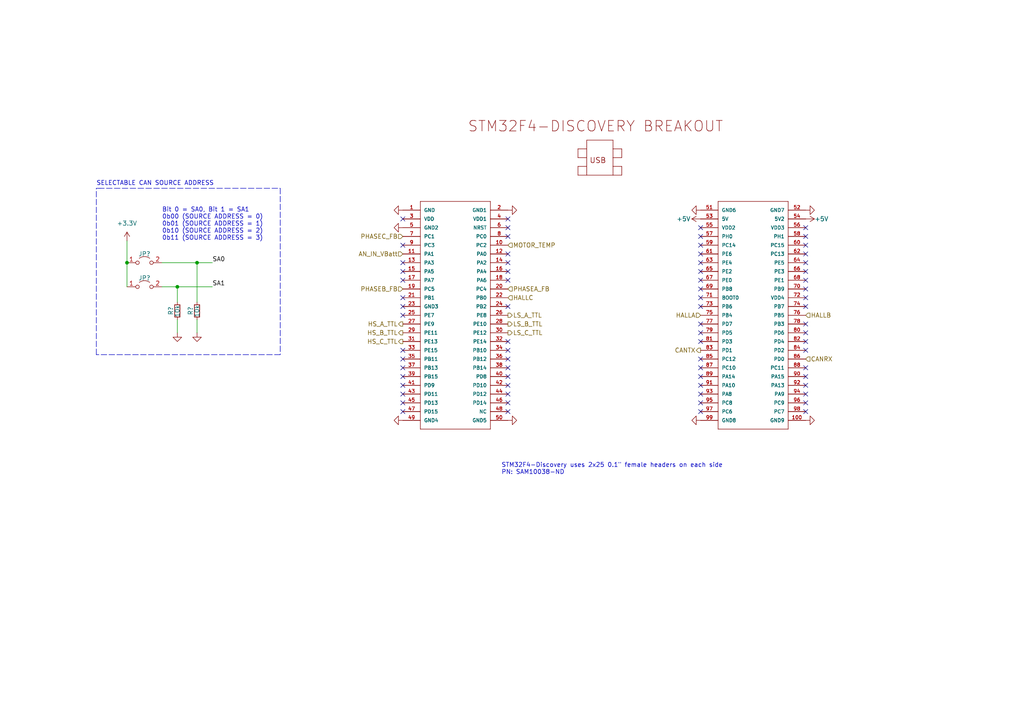
<source format=kicad_sch>
(kicad_sch (version 20211123) (generator eeschema)
  (paper "A4")
  (title_block (title "BLDC motor controller") (date "2022-12-11") (rev "1.0.0"))
  (lib_symbols
    (symbol "Device:R_Small" (pin_numbers hide) (pin_names (offset 0.254) hide)
      (property "Reference" "R" (at 0.762 0.508 0))
      (property "Value" "R_Small" (at 0.762 -1.016 0))
      (symbol "R_Small_0_1"
        (rectangle (start -0.762 1.778) (end 0.762 -1.778) (stroke (width 0.2032)))
      )
      (symbol "R_Small_1_1"
        (pin passive line (at 0 2.54 270) (length 0.762) (name "~") (number "1"))
        (pin passive line (at 0 -2.54 90) (length 0.762) (name "~") (number "2"))
      )
    )
    (symbol "Jumper:Jumper_2_Open" (pin_names (offset 0) hide)
      (property "Reference" "JP" (at 0 2.794 0))
      (property "Value" "Jumper_2_Open" (at 0 -2.286 0))
      (symbol "Jumper_2_Open_0_0"
        (circle (center -2.032 0) (radius 0.508))
        (circle (center 2.032 0) (radius 0.508))
      )
      (symbol "Jumper_2_Open_0_1"
        (arc (start 1.524 1.27) (mid 0 1.778) (end -1.524 1.27))
      )
      (symbol "Jumper_2_Open_1_1"
        (pin passive line (at -5.08 0 0) (length 2.54) (name "A") (number "1"))
        (pin passive line (at 5.08 0 180) (length 2.54) (name "B") (number "2"))
      )
    )
    (symbol "STM32F4-DISCOVERY:STM32F4-DISCOVERY" (pin_names (offset 1.016))
      (symbol "STM32F4-DISCOVERY_1_0"
        (polyline (pts (xy 0 -63.5) (xy 0 2.54)))
        (polyline (pts (xy 0 2.54) (xy 20.32 2.54)))
        (polyline (pts (xy 20.32 -63.5) (xy 0 -63.5)))
        (polyline (pts (xy 20.32 2.54) (xy 20.32 -63.5)))
        (polyline (pts (xy 45.72 10.16) (xy 48.26 10.16)))
        (polyline (pts (xy 45.72 12.7) (xy 45.72 10.16)))
        (polyline (pts (xy 45.72 15.24) (xy 45.72 17.78)))
        (polyline (pts (xy 45.72 17.78) (xy 48.26 17.78)))
        (polyline (pts (xy 48.26 10.16) (xy 55.88 10.16)))
        (polyline (pts (xy 48.26 12.7) (xy 45.72 12.7)))
        (polyline (pts (xy 48.26 12.7) (xy 48.26 10.16)))
        (polyline (pts (xy 48.26 15.24) (xy 45.72 15.24)))
        (polyline (pts (xy 48.26 15.24) (xy 48.26 12.7)))
        (polyline (pts (xy 48.26 17.78) (xy 48.26 15.24)))
        (polyline (pts (xy 48.26 20.32) (xy 48.26 17.78)))
        (polyline (pts (xy 55.88 10.16) (xy 55.88 12.7)))
        (polyline (pts (xy 55.88 10.16) (xy 58.42 10.16)))
        (polyline (pts (xy 55.88 12.7) (xy 55.88 15.24)))
        (polyline (pts (xy 55.88 15.24) (xy 55.88 17.78)))
        (polyline (pts (xy 55.88 15.24) (xy 58.42 15.24)))
        (polyline (pts (xy 55.88 17.78) (xy 55.88 20.32)))
        (polyline (pts (xy 55.88 20.32) (xy 48.26 20.32)))
        (polyline (pts (xy 58.42 10.16) (xy 58.42 12.7)))
        (polyline (pts (xy 58.42 12.7) (xy 55.88 12.7)))
        (polyline (pts (xy 58.42 15.24) (xy 58.42 17.78)))
        (polyline (pts (xy 58.42 17.78) (xy 55.88 17.78)))
        (polyline (pts (xy 86.36 -63.5) (xy 86.36 2.54)))
        (polyline (pts (xy 86.36 2.54) (xy 106.68 2.54)))
        (polyline (pts (xy 106.68 -63.5) (xy 86.36 -63.5)))
        (polyline (pts (xy 106.68 2.54) (xy 106.68 -63.5)))
        (text "STM32F4-DISCOVERY BREAKOUT" (at 50.8254 24.384 0) (effects (font (size 3.048 3.048))))
        (text "USB" (at 51.4858 14.478 0) (effects (font (size 1.5494 1.5494))))
      )
      (symbol "STM32F4-DISCOVERY_1_1"
        (pin bidirectional line (at -5.08 0 0) (length 5.08) (name "GND") (number "1"))
        (pin bidirectional line (at 25.4 -10.16 180) (length 5.08) (name "PC2") (number "10"))
        (pin bidirectional line (at 111.76 -60.96 180) (length 5.08) (name "GND9") (number "100"))
        (pin bidirectional line (at -5.08 -12.7 0) (length 5.08) (name "PA1") (number "11"))
        (pin bidirectional line (at 25.4 -12.7 180) (length 5.08) (name "PA0") (number "12"))
        (pin bidirectional line (at -5.08 -15.24 0) (length 5.08) (name "PA3") (number "13"))
        (pin bidirectional line (at 25.4 -15.24 180) (length 5.08) (name "PA2") (number "14"))
        (pin bidirectional line (at -5.08 -17.78 0) (length 5.08) (name "PA5") (number "15"))
        (pin bidirectional line (at 25.4 -17.78 180) (length 5.08) (name "PA4") (number "16"))
        (pin bidirectional line (at -5.08 -20.32 0) (length 5.08) (name "PA7") (number "17"))
        (pin bidirectional line (at 25.4 -20.32 180) (length 5.08) (name "PA6") (number "18"))
        (pin bidirectional line (at -5.08 -22.86 0) (length 5.08) (name "PC5") (number "19"))
        (pin bidirectional line (at 25.4 0 180) (length 5.08) (name "GND1") (number "2"))
        (pin bidirectional line (at 25.4 -22.86 180) (length 5.08) (name "PC4") (number "20"))
        (pin bidirectional line (at -5.08 -25.4 0) (length 5.08) (name "PB1") (number "21"))
        (pin bidirectional line (at 25.4 -25.4 180) (length 5.08) (name "PB0") (number "22"))
        (pin bidirectional line (at -5.08 -27.94 0) (length 5.08) (name "GND3") (number "23"))
        (pin bidirectional line (at 25.4 -27.94 180) (length 5.08) (name "PB2") (number "24"))
        (pin bidirectional line (at -5.08 -30.48 0) (length 5.08) (name "PE7") (number "25"))
        (pin bidirectional line (at 25.4 -30.48 180) (length 5.08) (name "PE8") (number "26"))
        (pin bidirectional line (at -5.08 -33.02 0) (length 5.08) (name "PE9") (number "27"))
        (pin bidirectional line (at 25.4 -33.02 180) (length 5.08) (name "PE10") (number "28"))
        (pin bidirectional line (at -5.08 -35.56 0) (length 5.08) (name "PE11") (number "29"))
        (pin bidirectional line (at -5.08 -2.54 0) (length 5.08) (name "VDD") (number "3"))
        (pin bidirectional line (at 25.4 -35.56 180) (length 5.08) (name "PE12") (number "30"))
        (pin bidirectional line (at -5.08 -38.1 0) (length 5.08) (name "PE13") (number "31"))
        (pin bidirectional line (at 25.4 -38.1 180) (length 5.08) (name "PE14") (number "32"))
        (pin bidirectional line (at -5.08 -40.64 0) (length 5.08) (name "PE15") (number "33"))
        (pin bidirectional line (at 25.4 -40.64 180) (length 5.08) (name "PB10") (number "34"))
        (pin bidirectional line (at -5.08 -43.18 0) (length 5.08) (name "PB11") (number "35"))
        (pin bidirectional line (at 25.4 -43.18 180) (length 5.08) (name "PB12") (number "36"))
        (pin bidirectional line (at -5.08 -45.72 0) (length 5.08) (name "PB13") (number "37"))
        (pin bidirectional line (at 25.4 -45.72 180) (length 5.08) (name "PB14") (number "38"))
        (pin bidirectional line (at -5.08 -48.26 0) (length 5.08) (name "PB15") (number "39"))
        (pin bidirectional line (at 25.4 -2.54 180) (length 5.08) (name "VDD1") (number "4"))
        (pin bidirectional line (at 25.4 -48.26 180) (length 5.08) (name "PD8") (number "40"))
        (pin bidirectional line (at -5.08 -50.8 0) (length 5.08) (name "PD9") (number "41"))
        (pin bidirectional line (at 25.4 -50.8 180) (length 5.08) (name "PD10") (number "42"))
        (pin bidirectional line (at -5.08 -53.34 0) (length 5.08) (name "PD11") (number "43"))
        (pin bidirectional line (at 25.4 -53.34 180) (length 5.08) (name "PD12") (number "44"))
        (pin bidirectional line (at -5.08 -55.88 0) (length 5.08) (name "PD13") (number "45"))
        (pin bidirectional line (at 25.4 -55.88 180) (length 5.08) (name "PD14") (number "46"))
        (pin bidirectional line (at -5.08 -58.42 0) (length 5.08) (name "PD15") (number "47"))
        (pin bidirectional line (at 25.4 -58.42 180) (length 5.08) (name "NC") (number "48"))
        (pin bidirectional line (at -5.08 -60.96 0) (length 5.08) (name "GND4") (number "49"))
        (pin bidirectional line (at -5.08 -5.08 0) (length 5.08) (name "GND2") (number "5"))
        (pin bidirectional line (at 25.4 -60.96 180) (length 5.08) (name "GND5") (number "50"))
        (pin bidirectional line (at 81.28 0 0) (length 5.08) (name "GND6") (number "51"))
        (pin bidirectional line (at 111.76 0 180) (length 5.08) (name "GND7") (number "52"))
        (pin bidirectional line (at 81.28 -2.54 0) (length 5.08) (name "5V") (number "53"))
        (pin bidirectional line (at 111.76 -2.54 180) (length 5.08) (name "5V2") (number "54"))
        (pin bidirectional line (at 81.28 -5.08 0) (length 5.08) (name "VDD2") (number "55"))
        (pin bidirectional line (at 111.76 -5.08 180) (length 5.08) (name "VDD3") (number "56"))
        (pin bidirectional line (at 81.28 -7.62 0) (length 5.08) (name "PH0") (number "57"))
        (pin bidirectional line (at 111.76 -7.62 180) (length 5.08) (name "PH1") (number "58"))
        (pin bidirectional line (at 81.28 -10.16 0) (length 5.08) (name "PC14") (number "59"))
        (pin bidirectional line (at 25.4 -5.08 180) (length 5.08) (name "NRST") (number "6"))
        (pin bidirectional line (at 111.76 -10.16 180) (length 5.08) (name "PC15") (number "60"))
        (pin bidirectional line (at 81.28 -12.7 0) (length 5.08) (name "PE6") (number "61"))
        (pin bidirectional line (at 111.76 -12.7 180) (length 5.08) (name "PC13") (number "62"))
        (pin bidirectional line (at 81.28 -15.24 0) (length 5.08) (name "PE4") (number "63"))
        (pin bidirectional line (at 111.76 -15.24 180) (length 5.08) (name "PE5") (number "64"))
        (pin bidirectional line (at 81.28 -17.78 0) (length 5.08) (name "PE2") (number "65"))
        (pin bidirectional line (at 111.76 -17.78 180) (length 5.08) (name "PE3") (number "66"))
        (pin bidirectional line (at 81.28 -20.32 0) (length 5.08) (name "PE0") (number "67"))
        (pin bidirectional line (at 111.76 -20.32 180) (length 5.08) (name "PE1") (number "68"))
        (pin bidirectional line (at 81.28 -22.86 0) (length 5.08) (name "PB8") (number "69"))
        (pin bidirectional line (at -5.08 -7.62 0) (length 5.08) (name "PC1") (number "7"))
        (pin bidirectional line (at 111.76 -22.86 180) (length 5.08) (name "PB9") (number "70"))
        (pin bidirectional line (at 81.28 -25.4 0) (length 5.08) (name "BOOT0") (number "71"))
        (pin bidirectional line (at 111.76 -25.4 180) (length 5.08) (name "VDD4") (number "72"))
        (pin bidirectional line (at 81.28 -27.94 0) (length 5.08) (name "PB6") (number "73"))
        (pin bidirectional line (at 111.76 -27.94 180) (length 5.08) (name "PB7") (number "74"))
        (pin bidirectional line (at 81.28 -30.48 0) (length 5.08) (name "PB4") (number "75"))
        (pin bidirectional line (at 111.76 -30.48 180) (length 5.08) (name "PB5") (number "76"))
        (pin bidirectional line (at 81.28 -33.02 0) (length 5.08) (name "PD7") (number "77"))
        (pin bidirectional line (at 111.76 -33.02 180) (length 5.08) (name "PB3") (number "78"))
        (pin bidirectional line (at 81.28 -35.56 0) (length 5.08) (name "PD5") (number "79"))
        (pin bidirectional line (at 25.4 -7.62 180) (length 5.08) (name "PC0") (number "8"))
        (pin bidirectional line (at 111.76 -35.56 180) (length 5.08) (name "PD6") (number "80"))
        (pin bidirectional line (at 81.28 -38.1 0) (length 5.08) (name "PD3") (number "81"))
        (pin bidirectional line (at 111.76 -38.1 180) (length 5.08) (name "PD4") (number "82"))
        (pin bidirectional line (at 81.28 -40.64 0) (length 5.08) (name "PD1") (number "83"))
        (pin bidirectional line (at 111.76 -40.64 180) (length 5.08) (name "PD2") (number "84"))
        (pin bidirectional line (at 81.28 -43.18 0) (length 5.08) (name "PC12") (number "85"))
        (pin bidirectional line (at 111.76 -43.18 180) (length 5.08) (name "PD0") (number "86"))
        (pin bidirectional line (at 81.28 -45.72 0) (length 5.08) (name "PC10") (number "87"))
        (pin bidirectional line (at 111.76 -45.72 180) (length 5.08) (name "PC11") (number "88"))
        (pin bidirectional line (at 81.28 -48.26 0) (length 5.08) (name "PA14") (number "89"))
        (pin bidirectional line (at -5.08 -10.16 0) (length 5.08) (name "PC3") (number "9"))
        (pin bidirectional line (at 111.76 -48.26 180) (length 5.08) (name "PA15") (number "90"))
        (pin bidirectional line (at 81.28 -50.8 0) (length 5.08) (name "PA10") (number "91"))
        (pin bidirectional line (at 111.76 -50.8 180) (length 5.08) (name "PA13") (number "92"))
        (pin bidirectional line (at 81.28 -53.34 0) (length 5.08) (name "PA8") (number "93"))
        (pin bidirectional line (at 111.76 -53.34 180) (length 5.08) (name "PA9") (number "94"))
        (pin bidirectional line (at 81.28 -55.88 0) (length 5.08) (name "PC8") (number "95"))
        (pin bidirectional line (at 111.76 -55.88 180) (length 5.08) (name "PC9") (number "96"))
        (pin bidirectional line (at 81.28 -58.42 0) (length 5.08) (name "PC6") (number "97"))
        (pin bidirectional line (at 111.76 -58.42 180) (length 5.08) (name "PC7") (number "98"))
        (pin bidirectional line (at 81.28 -60.96 0) (length 5.08) (name "GND8") (number "99"))
      )
    )
    (symbol "power:+3.3V" (power) (pin_names (offset 0))
      (property "Value" "+3.3V" (at 0 3.556 0))
      (symbol "+3.3V_0_1"
        (polyline (pts (xy -0.762 1.27) (xy 0 2.54)))
        (polyline (pts (xy 0 0) (xy 0 2.54)))
        (polyline (pts (xy 0 2.54) (xy 0.762 1.27)))
      )
      (symbol "+3.3V_1_1"
        (pin power_in line (at 0 0 90) (length 0) hide (name "+3.3V") (number "1"))
      )
    )
    (symbol "power:+5V" (power) (pin_names (offset 0))
      (property "Value" "+5V" (at 0 3.556 0))
      (symbol "+5V_0_1"
        (polyline (pts (xy -0.762 1.27) (xy 0 2.54)))
        (polyline (pts (xy 0 0) (xy 0 2.54)))
        (polyline (pts (xy 0 2.54) (xy 0.762 1.27)))
      )
      (symbol "+5V_1_1"
        (pin power_in line (at 0 0 90) (length 0) hide (name "+5V") (number "1"))
      )
    )
    (symbol "power:GND" (power) (pin_names (offset 0))
      (property "Value" "GND" (at 0 -3.81 0))
      (symbol "GND_0_1"
        (polyline (pts (xy 0 0) (xy 0 -1.27) (xy 1.27 -1.27) (xy 0 -2.54) (xy -1.27 -1.27) (xy 0 -1.27)))
      )
      (symbol "GND_1_1"
        (pin power_in line (at 0 0 270) (length 0) hide (name "GND") (number "1"))
      )
    )
  )
  (junction (at 51.435 83.185))
  (junction (at 36.83 76.2))
  (junction (at 57.15 76.2))
  (no_connect (at 147.32 81.28))
  (no_connect (at 233.68 116.84))
  (no_connect (at 203.2 109.22))
  (no_connect (at 233.68 73.66))
  (no_connect (at 147.32 114.3))
  (no_connect (at 147.32 78.74))
  (no_connect (at 233.68 66.04))
  (no_connect (at 116.84 63.5))
  (no_connect (at 147.32 109.22))
  (no_connect (at 233.68 106.68))
  (no_connect (at 203.2 78.74))
  (no_connect (at 233.68 68.58))
  (no_connect (at 233.68 111.76))
  (no_connect (at 233.68 93.98))
  (no_connect (at 233.68 99.06))
  (no_connect (at 233.68 78.74))
  (no_connect (at 116.84 81.28))
  (no_connect (at 116.84 109.22))
  (no_connect (at 147.32 66.04))
  (no_connect (at 233.68 76.2))
  (no_connect (at 203.2 116.84))
  (no_connect (at 116.84 116.84))
  (no_connect (at 233.68 119.38))
  (no_connect (at 203.2 119.38))
  (no_connect (at 116.84 114.3))
  (no_connect (at 116.84 101.6))
  (no_connect (at 203.2 81.28))
  (no_connect (at 147.32 119.38))
  (no_connect (at 116.84 106.68))
  (no_connect (at 203.2 106.68))
  (no_connect (at 147.32 73.66))
  (no_connect (at 203.2 96.52))
  (no_connect (at 116.84 76.2))
  (no_connect (at 147.32 101.6))
  (no_connect (at 203.2 99.06))
  (no_connect (at 116.84 78.74))
  (no_connect (at 147.32 116.84))
  (no_connect (at 147.32 106.68))
  (no_connect (at 233.68 109.22))
  (no_connect (at 147.32 63.5))
  (no_connect (at 147.32 111.76))
  (no_connect (at 203.2 86.36))
  (no_connect (at 203.2 66.04))
  (no_connect (at 203.2 68.58))
  (no_connect (at 233.68 81.28))
  (no_connect (at 203.2 104.14))
  (no_connect (at 147.32 68.58))
  (no_connect (at 233.68 71.12))
  (no_connect (at 233.68 86.36))
  (no_connect (at 116.84 88.9))
  (no_connect (at 203.2 71.12))
  (no_connect (at 116.84 111.76))
  (no_connect (at 203.2 83.82))
  (no_connect (at 147.32 99.06))
  (no_connect (at 203.2 76.2))
  (no_connect (at 233.68 96.52))
  (no_connect (at 147.32 76.2))
  (no_connect (at 147.32 104.14))
  (no_connect (at 233.68 101.6))
  (no_connect (at 203.2 93.98))
  (no_connect (at 233.68 88.9))
  (no_connect (at 147.32 88.9))
  (no_connect (at 116.84 86.36))
  (no_connect (at 116.84 91.44))
  (no_connect (at 203.2 114.3))
  (no_connect (at 233.68 114.3))
  (no_connect (at 116.84 71.12))
  (no_connect (at 233.68 83.82))
  (no_connect (at 116.84 104.14))
  (no_connect (at 203.2 73.66))
  (no_connect (at 116.84 119.38))
  (no_connect (at 203.2 88.9))
  (no_connect (at 203.2 111.76))
  (polyline (pts (xy 81.28 102.87) (xy 27.94 102.87)))
  (polyline (pts (xy 27.94 54.61) (xy 29.21 54.61)))
  (polyline (pts (xy 28.575 54.61) (xy 81.28 54.61)))
  (wire (pts (xy 57.15 87.63) (xy 57.15 76.2)))
  (wire (pts (xy 51.435 92.71) (xy 51.435 96.52)))
  (polyline (pts (xy 27.94 102.87) (xy 27.94 54.61)))
  (wire (pts (xy 46.99 83.185) (xy 51.435 83.185)))
  (wire (pts (xy 51.435 83.185) (xy 61.595 83.185)))
  (wire (pts (xy 57.15 92.71) (xy 57.15 96.52)))
  (wire (pts (xy 57.15 76.2) (xy 61.595 76.2)))
  (wire (pts (xy 57.15 76.2) (xy 46.99 76.2)))
  (wire (pts (xy 51.435 83.185) (xy 51.435 87.63)))
  (wire (pts (xy 36.83 76.2) (xy 36.83 83.185)))
  (wire (pts (xy 36.83 69.85) (xy 36.83 76.2)))
  (polyline (pts (xy 81.28 54.61) (xy 81.28 102.87)))
  (text "Bit 0 = SA0, Bit 1 = SA1\n0b00 (SOURCE ADDRESS = 0)\n0b01 (SOURCE ADDRESS = 1)\n0b10 (SOURCE ADDRESS = 2)\n0b11 (SOURCE ADDRESS = 3)" (at 46.99 69.85 0) (effects (font (size 1.27 1.27)) (justify left bottom)))
  (text "SELECTABLE CAN SOURCE ADDRESS" (at 27.94 53.975 0) (effects (font (size 1.27 1.27)) (justify left bottom)))
  (text "STM32F4-Discovery uses 2x25 0.1\" female headers on each side\nPN: SAM10038-ND" (at 145.415 137.795 0) (effects (font (size 1.27 1.27)) (justify left bottom)))
  (label "SA0" (at 61.595 76.2 0))
  (label "SA1" (at 61.595 83.185 0))
  (hierarchical_label "HALLB" (shape input) (at 233.68 91.44 0))
  (hierarchical_label "HS_A_TTL" (shape output) (at 116.84 93.98 180))
  (hierarchical_label "HALLA" (shape input) (at 203.2 91.44 180))
  (hierarchical_label "LS_B_TTL" (shape output) (at 147.32 93.98 0))
  (hierarchical_label "MOTOR_TEMP" (shape input) (at 147.32 71.12 0))
  (hierarchical_label "CANRX" (shape input) (at 233.68 104.14 0))
  (hierarchical_label "LS_C_TTL" (shape output) (at 147.32 96.52 0))
  (hierarchical_label "LS_A_TTL" (shape output) (at 147.32 91.44 0))
  (hierarchical_label "HALLC" (shape input) (at 147.32 86.36 0))
  (hierarchical_label "PHASEA_FB" (shape input) (at 147.32 83.82 0))
  (hierarchical_label "PHASEB_FB" (shape input) (at 116.84 83.82 180))
  (hierarchical_label "HS_C_TTL" (shape output) (at 116.84 99.06 180))
  (hierarchical_label "CANTX" (shape output) (at 203.2 101.6 180))
  (hierarchical_label "AN_IN_VBatt" (shape input) (at 116.84 73.66 180))
  (hierarchical_label "HS_B_TTL" (shape output) (at 116.84 96.52 180))
  (hierarchical_label "PHASEC_FB" (shape input) (at 116.84 68.58 180))
  (symbol (lib_id "power:GND") (at 233.68 121.92 90) (unit 1)
    (property "Reference" "#GND" (effects hide))
    (property "Value" "GND" (effects hide))
  )
  (symbol (lib_id "power:GND") (at 147.32 121.92 90) (unit 1)
    (property "Reference" "#GND" (effects hide))
    (property "Value" "GND" (effects hide))
  )
  (symbol (lib_id "STM32F4-DISCOVERY:STM32F4-DISCOVERY") (at 121.92 60.96 0) (unit 1)
    (property "Reference" "M?" (effects hide))
    (property "Value" "STM32F4-DISCOVERY" (effects hide))
    (property "Footprint" "STM32F4-DISCOVERY-SIMON_STM32F4-DISCOVERY" (effects hide))
  )
  (symbol (lib_id "power:GND") (at 116.84 121.92 270) (unit 1)
    (property "Reference" "#GND" (effects hide))
    (property "Value" "GND" (effects hide))
  )
  (symbol (lib_id "power:GND") (at 203.2 60.96 270) (unit 1)
    (property "Reference" "#GND" (effects hide))
    (property "Value" "GND" (effects hide))
  )
  (symbol (lib_id "power:GND") (at 233.68 60.96 90) (unit 1)
    (property "Reference" "#GND" (effects hide))
    (property "Value" "GND" (effects hide))
  )
  (symbol (lib_id "power:GND") (at 203.2 121.92 270) (unit 1)
    (property "Reference" "#GND" (effects hide))
    (property "Value" "GND" (effects hide))
  )
  (symbol (lib_id "Jumper:Jumper_2_Open") (at 41.91 83.185 0) (unit 1)
    (property "Reference" "JP?" (at 41.91 80.645 0))
    (property "Value" "bit0" (effects hide))
  )
  (symbol (lib_id "power:GND") (at 116.84 66.04 270) (unit 1)
    (property "Reference" "#GND" (effects hide))
    (property "Value" "GND" (effects hide))
  )
  (symbol (lib_id "Device:R_Small") (at 57.15 90.17 0) (unit 1)
    (property "Reference" "R?" (at 55.245 91.44 90) (effects (justify left)))
    (property "Value" "10k" (at 57.15 92.075 90) (effects (justify left)))
  )
  (symbol (lib_id "power:+5V") (at 203.2 63.5 90) (unit 1)
    (property "Reference" "#PWR5" (effects hide))
    (property "Value" "+5V" (at 196.215 63.5 90) (effects (justify right)))
  )
  (symbol (lib_id "power:+3.3V") (at 36.83 69.85 0) (unit 1)
    (property "Reference" "#PWR3.3" (effects hide))
    (property "Value" "+3.3V" (at 36.83 64.77 0))
  )
  (symbol (lib_id "Device:R_Small") (at 51.435 90.17 0) (unit 1)
    (property "Reference" "R?" (at 49.53 91.44 90) (effects (justify left)))
    (property "Value" "10k" (at 51.435 92.075 90) (effects (justify left)))
  )
  (symbol (lib_id "power:GND") (at 51.435 96.52 0) (unit 1)
    (property "Reference" "#GND" (effects hide))
    (property "Value" "GND" (effects hide))
  )
  (symbol (lib_id "power:+5V") (at 233.68 63.5 270) (unit 1)
    (property "Reference" "#PWR5" (effects hide))
    (property "Value" "+5V" (at 236.22 63.5 90) (effects (justify left)))
  )
  (symbol (lib_id "power:GND") (at 116.84 60.96 270) (unit 1)
    (property "Reference" "#GND" (effects hide))
    (property "Value" "GND" (effects hide))
  )
  (symbol (lib_id "power:GND") (at 57.15 96.52 0) (unit 1)
    (property "Reference" "#GND" (effects hide))
    (property "Value" "GND" (effects hide))
  )
  (symbol (lib_id "power:GND") (at 147.32 60.96 90) (unit 1)
    (property "Reference" "#GND" (effects hide))
    (property "Value" "GND" (effects hide))
  )
  (symbol (lib_id "Jumper:Jumper_2_Open") (at 41.91 76.2 0) (unit 1)
    (property "Reference" "JP?" (at 41.91 73.66 0))
    (property "Value" "bit0" (effects hide))
  )
)
</source>
